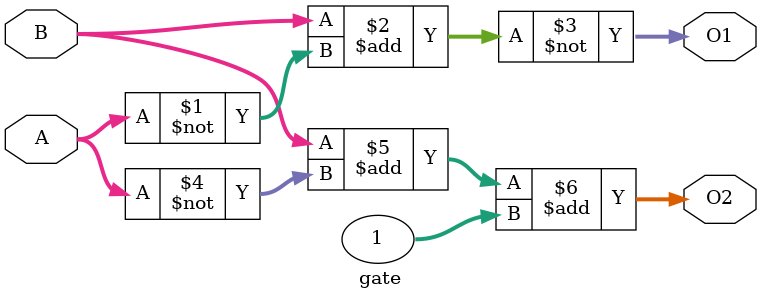
<source format=v>
module gate(
  input [32:0] A,
  input [32:0] B,
  output [32:0] O1,
  output [32:0] O2
);
  assign O1 = ~(B + ~A);
  assign O2 = (B + ~A) + 1;
endmodule

</source>
